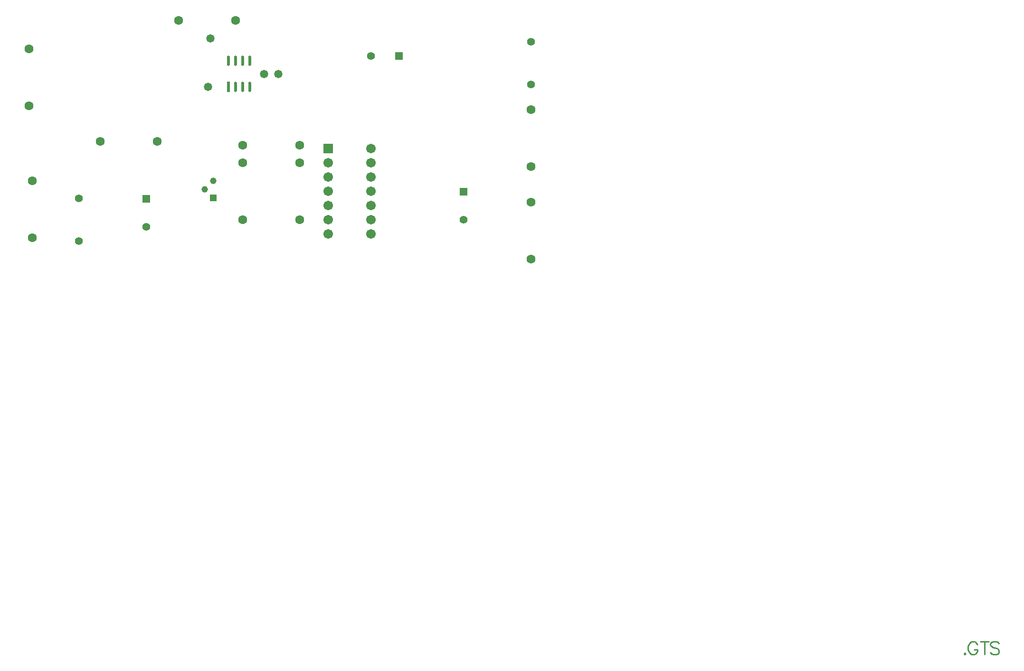
<source format=gts>
G04*
G04 #@! TF.GenerationSoftware,Altium Limited,Altium Designer,23.11.1 (41)*
G04*
G04 Layer_Color=8388736*
%FSLAX25Y25*%
%MOIN*%
G70*
G04*
G04 #@! TF.SameCoordinates,DA4C2B11-B2A6-48E5-B279-5A3AD9B65692*
G04*
G04*
G04 #@! TF.FilePolarity,Negative*
G04*
G01*
G75*
%ADD15C,0.00900*%
%ADD16R,0.02134X0.07359*%
G04:AMPARAMS|DCode=17|XSize=73.59mil|YSize=21.34mil|CornerRadius=10.67mil|HoleSize=0mil|Usage=FLASHONLY|Rotation=90.000|XOffset=0mil|YOffset=0mil|HoleType=Round|Shape=RoundedRectangle|*
%AMROUNDEDRECTD17*
21,1,0.07359,0.00000,0,0,90.0*
21,1,0.05225,0.02134,0,0,90.0*
1,1,0.02134,0.00000,0.02612*
1,1,0.02134,0.00000,-0.02612*
1,1,0.02134,0.00000,-0.02612*
1,1,0.02134,0.00000,0.02612*
%
%ADD17ROUNDEDRECTD17*%
%ADD18C,0.06312*%
%ADD19C,0.06706*%
%ADD20R,0.06706X0.06706*%
%ADD21C,0.05524*%
%ADD22R,0.05524X0.05524*%
%ADD23R,0.05524X0.05524*%
%ADD24R,0.04528X0.04528*%
%ADD25C,0.04528*%
%ADD26C,0.05800*%
D15*
X676828Y-261943D02*
X676400Y-262371D01*
X676828Y-262800D01*
X677257Y-262371D01*
X676828Y-261943D01*
X685655Y-255944D02*
X685227Y-255087D01*
X684370Y-254230D01*
X683513Y-253802D01*
X681799D01*
X680942Y-254230D01*
X680085Y-255087D01*
X679657Y-255944D01*
X679228Y-257230D01*
Y-259372D01*
X679657Y-260658D01*
X680085Y-261515D01*
X680942Y-262371D01*
X681799Y-262800D01*
X683513D01*
X684370Y-262371D01*
X685227Y-261515D01*
X685655Y-260658D01*
Y-259372D01*
X683513D02*
X685655D01*
X690711Y-253802D02*
Y-262800D01*
X687712Y-253802D02*
X693711D01*
X700780Y-255087D02*
X699924Y-254230D01*
X698638Y-253802D01*
X696924D01*
X695639Y-254230D01*
X694782Y-255087D01*
Y-255944D01*
X695210Y-256801D01*
X695639Y-257230D01*
X696496Y-257658D01*
X699067Y-258515D01*
X699924Y-258944D01*
X700352Y-259372D01*
X700780Y-260229D01*
Y-261515D01*
X699924Y-262371D01*
X698638Y-262800D01*
X696924D01*
X695639Y-262371D01*
X694782Y-261515D01*
D16*
X160000Y135891D02*
D03*
D17*
X165000D02*
D03*
X170000D02*
D03*
X175000D02*
D03*
Y154109D02*
D03*
X170000D02*
D03*
X165000D02*
D03*
X160000D02*
D03*
D18*
X170000Y42500D02*
D03*
Y82500D02*
D03*
X210000Y42500D02*
D03*
Y82500D02*
D03*
Y95000D02*
D03*
X170000D02*
D03*
X70000Y97500D02*
D03*
X110000D02*
D03*
X20000Y162500D02*
D03*
X372500Y120000D02*
D03*
Y80000D02*
D03*
X165000Y182500D02*
D03*
X125000D02*
D03*
X22500Y30000D02*
D03*
Y70000D02*
D03*
X20000Y122500D02*
D03*
X372500Y55000D02*
D03*
Y15000D02*
D03*
D19*
X260000Y32500D02*
D03*
Y42500D02*
D03*
Y52500D02*
D03*
Y62500D02*
D03*
Y72500D02*
D03*
Y82500D02*
D03*
Y92500D02*
D03*
X230000Y32500D02*
D03*
Y42500D02*
D03*
Y52500D02*
D03*
Y62500D02*
D03*
Y72500D02*
D03*
Y82500D02*
D03*
D20*
Y92500D02*
D03*
D21*
X102500Y37657D02*
D03*
X325000Y42500D02*
D03*
X260157Y157500D02*
D03*
X372500Y167500D02*
D03*
Y137500D02*
D03*
X55000Y57500D02*
D03*
Y27500D02*
D03*
D22*
X102500Y57342D02*
D03*
X325000Y62185D02*
D03*
D23*
X279842Y157500D02*
D03*
D24*
X149500Y58000D02*
D03*
D25*
Y70000D02*
D03*
X143500Y64000D02*
D03*
D26*
X147500Y170000D02*
D03*
X195000Y145000D02*
D03*
X185000D02*
D03*
X145891Y135891D02*
D03*
M02*

</source>
